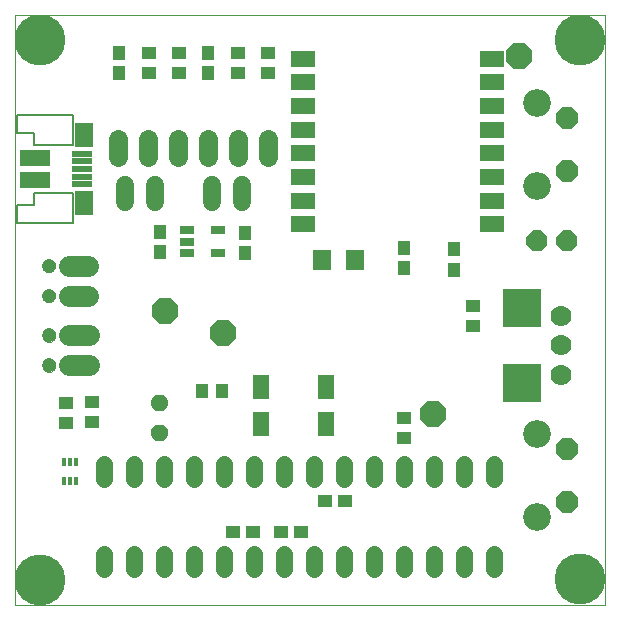
<source format=gbs>
G75*
%MOIN*%
%OFA0B0*%
%FSLAX24Y24*%
%IPPOS*%
%LPD*%
%AMOC8*
5,1,8,0,0,1.08239X$1,22.5*
%
%ADD10C,0.0000*%
%ADD11R,0.0591X0.0670*%
%ADD12R,0.0434X0.0473*%
%ADD13R,0.0473X0.0434*%
%ADD14R,0.0827X0.0552*%
%ADD15OC8,0.0890*%
%ADD16R,0.0512X0.0257*%
%ADD17C,0.0560*%
%ADD18R,0.0552X0.0788*%
%ADD19R,0.0152X0.0316*%
%ADD20R,0.0713X0.0197*%
%ADD21R,0.0615X0.0827*%
%ADD22R,0.1024X0.0581*%
%ADD23C,0.0050*%
%ADD24C,0.0600*%
%ADD25C,0.0112*%
%ADD26OC8,0.0700*%
%ADD27OC8,0.0740*%
%ADD28C,0.0925*%
%ADD29C,0.0700*%
%ADD30R,0.1267X0.1267*%
%ADD31C,0.0640*%
%ADD32C,0.0690*%
%ADD33C,0.0473*%
%ADD34C,0.1700*%
D10*
X000350Y000350D02*
X000350Y020035D01*
X020035Y020035D01*
X020035Y000350D01*
X000350Y000350D01*
X001267Y008344D02*
X001269Y008373D01*
X001275Y008401D01*
X001284Y008429D01*
X001297Y008455D01*
X001314Y008478D01*
X001333Y008500D01*
X001355Y008519D01*
X001380Y008534D01*
X001406Y008547D01*
X001434Y008555D01*
X001462Y008560D01*
X001491Y008561D01*
X001520Y008558D01*
X001548Y008551D01*
X001575Y008541D01*
X001601Y008527D01*
X001624Y008510D01*
X001645Y008490D01*
X001663Y008467D01*
X001678Y008442D01*
X001689Y008415D01*
X001697Y008387D01*
X001701Y008358D01*
X001701Y008330D01*
X001697Y008301D01*
X001689Y008273D01*
X001678Y008246D01*
X001663Y008221D01*
X001645Y008198D01*
X001624Y008178D01*
X001601Y008161D01*
X001575Y008147D01*
X001548Y008137D01*
X001520Y008130D01*
X001491Y008127D01*
X001462Y008128D01*
X001434Y008133D01*
X001406Y008141D01*
X001380Y008154D01*
X001355Y008169D01*
X001333Y008188D01*
X001314Y008210D01*
X001297Y008233D01*
X001284Y008259D01*
X001275Y008287D01*
X001269Y008315D01*
X001267Y008344D01*
X001267Y009344D02*
X001269Y009373D01*
X001275Y009401D01*
X001284Y009429D01*
X001297Y009455D01*
X001314Y009478D01*
X001333Y009500D01*
X001355Y009519D01*
X001380Y009534D01*
X001406Y009547D01*
X001434Y009555D01*
X001462Y009560D01*
X001491Y009561D01*
X001520Y009558D01*
X001548Y009551D01*
X001575Y009541D01*
X001601Y009527D01*
X001624Y009510D01*
X001645Y009490D01*
X001663Y009467D01*
X001678Y009442D01*
X001689Y009415D01*
X001697Y009387D01*
X001701Y009358D01*
X001701Y009330D01*
X001697Y009301D01*
X001689Y009273D01*
X001678Y009246D01*
X001663Y009221D01*
X001645Y009198D01*
X001624Y009178D01*
X001601Y009161D01*
X001575Y009147D01*
X001548Y009137D01*
X001520Y009130D01*
X001491Y009127D01*
X001462Y009128D01*
X001434Y009133D01*
X001406Y009141D01*
X001380Y009154D01*
X001355Y009169D01*
X001333Y009188D01*
X001314Y009210D01*
X001297Y009233D01*
X001284Y009259D01*
X001275Y009287D01*
X001269Y009315D01*
X001267Y009344D01*
X001259Y010670D02*
X001261Y010699D01*
X001267Y010727D01*
X001276Y010755D01*
X001289Y010781D01*
X001306Y010804D01*
X001325Y010826D01*
X001347Y010845D01*
X001372Y010860D01*
X001398Y010873D01*
X001426Y010881D01*
X001454Y010886D01*
X001483Y010887D01*
X001512Y010884D01*
X001540Y010877D01*
X001567Y010867D01*
X001593Y010853D01*
X001616Y010836D01*
X001637Y010816D01*
X001655Y010793D01*
X001670Y010768D01*
X001681Y010741D01*
X001689Y010713D01*
X001693Y010684D01*
X001693Y010656D01*
X001689Y010627D01*
X001681Y010599D01*
X001670Y010572D01*
X001655Y010547D01*
X001637Y010524D01*
X001616Y010504D01*
X001593Y010487D01*
X001567Y010473D01*
X001540Y010463D01*
X001512Y010456D01*
X001483Y010453D01*
X001454Y010454D01*
X001426Y010459D01*
X001398Y010467D01*
X001372Y010480D01*
X001347Y010495D01*
X001325Y010514D01*
X001306Y010536D01*
X001289Y010559D01*
X001276Y010585D01*
X001267Y010613D01*
X001261Y010641D01*
X001259Y010670D01*
X001259Y011670D02*
X001261Y011699D01*
X001267Y011727D01*
X001276Y011755D01*
X001289Y011781D01*
X001306Y011804D01*
X001325Y011826D01*
X001347Y011845D01*
X001372Y011860D01*
X001398Y011873D01*
X001426Y011881D01*
X001454Y011886D01*
X001483Y011887D01*
X001512Y011884D01*
X001540Y011877D01*
X001567Y011867D01*
X001593Y011853D01*
X001616Y011836D01*
X001637Y011816D01*
X001655Y011793D01*
X001670Y011768D01*
X001681Y011741D01*
X001689Y011713D01*
X001693Y011684D01*
X001693Y011656D01*
X001689Y011627D01*
X001681Y011599D01*
X001670Y011572D01*
X001655Y011547D01*
X001637Y011524D01*
X001616Y011504D01*
X001593Y011487D01*
X001567Y011473D01*
X001540Y011463D01*
X001512Y011456D01*
X001483Y011453D01*
X001454Y011454D01*
X001426Y011459D01*
X001398Y011467D01*
X001372Y011480D01*
X001347Y011495D01*
X001325Y011514D01*
X001306Y011536D01*
X001289Y011559D01*
X001276Y011585D01*
X001267Y011613D01*
X001261Y011641D01*
X001259Y011670D01*
D11*
X010602Y011851D03*
X011705Y011851D03*
D12*
X013332Y011590D03*
X013332Y012259D03*
X014980Y012209D03*
X014980Y011540D03*
X008032Y012093D03*
X008032Y012762D03*
X005179Y012786D03*
X005179Y012117D03*
X006605Y007505D03*
X007274Y007505D03*
X006789Y018089D03*
X006789Y018758D03*
X003814Y018758D03*
X003814Y018089D03*
D13*
X004812Y018089D03*
X004812Y018758D03*
X005812Y018758D03*
X005812Y018089D03*
X007787Y018089D03*
X007787Y018758D03*
X008807Y018758D03*
X008807Y018089D03*
X015613Y010319D03*
X015613Y009650D03*
X013327Y006585D03*
X013327Y005916D03*
X011372Y003824D03*
X010703Y003824D03*
X009905Y002795D03*
X009236Y002795D03*
X008277Y002805D03*
X007608Y002805D03*
X002910Y006453D03*
X002910Y007122D03*
X002049Y007097D03*
X002049Y006428D03*
D14*
X009959Y013051D03*
X009959Y013838D03*
X009959Y014626D03*
X009959Y015413D03*
X009959Y016201D03*
X009959Y016988D03*
X009959Y017775D03*
X009959Y018563D03*
X016259Y018563D03*
X016259Y017775D03*
X016259Y016988D03*
X016259Y016201D03*
X016259Y015413D03*
X016259Y014626D03*
X016259Y013838D03*
X016259Y013051D03*
D15*
X017168Y018666D03*
X005350Y010143D03*
X007280Y009422D03*
X014277Y006729D03*
D16*
X007119Y012096D03*
X007119Y012844D03*
X006095Y012844D03*
X006095Y012470D03*
X006095Y012096D03*
D17*
X006317Y005065D02*
X006317Y004545D01*
X005317Y004545D02*
X005317Y005065D01*
X004317Y005065D02*
X004317Y004545D01*
X003317Y004545D02*
X003317Y005065D01*
X007317Y005065D02*
X007317Y004545D01*
X008317Y004545D02*
X008317Y005065D01*
X009317Y005065D02*
X009317Y004545D01*
X010317Y004545D02*
X010317Y005065D01*
X011317Y005065D02*
X011317Y004545D01*
X012317Y004545D02*
X012317Y005065D01*
X013317Y005065D02*
X013317Y004545D01*
X014317Y004545D02*
X014317Y005065D01*
X015317Y005065D02*
X015317Y004545D01*
X016317Y004545D02*
X016317Y005065D01*
X016317Y002065D02*
X016317Y001545D01*
X015317Y001545D02*
X015317Y002065D01*
X014317Y002065D02*
X014317Y001545D01*
X013317Y001545D02*
X013317Y002065D01*
X012317Y002065D02*
X012317Y001545D01*
X011317Y001545D02*
X011317Y002065D01*
X010317Y002065D02*
X010317Y001545D01*
X009317Y001545D02*
X009317Y002065D01*
X008317Y002065D02*
X008317Y001545D01*
X007317Y001545D02*
X007317Y002065D01*
X006317Y002065D02*
X006317Y001545D01*
X005317Y001545D02*
X005317Y002065D01*
X004317Y002065D02*
X004317Y001545D01*
X003317Y001545D02*
X003317Y002065D01*
D18*
X008549Y006375D03*
X008549Y007635D03*
X010714Y007635D03*
X010714Y006375D03*
D19*
X002401Y005134D03*
X002204Y005134D03*
X002007Y005134D03*
X002007Y004484D03*
X002204Y004484D03*
X002401Y004484D03*
D20*
X002598Y014382D03*
X002598Y014638D03*
X002598Y014894D03*
X002598Y015150D03*
X002598Y015406D03*
D21*
X002649Y016036D03*
X002649Y013752D03*
D22*
X001011Y014525D03*
X001011Y015263D03*
D23*
X000980Y015675D02*
X002287Y015675D01*
X002287Y016688D01*
X001267Y016688D01*
X001271Y016688D01*
X000440Y016688D01*
X000437Y016104D01*
X000980Y016104D01*
X000980Y015675D01*
X000980Y014107D02*
X002287Y014107D01*
X002287Y013093D01*
X001267Y013093D01*
X001267Y013092D01*
X000437Y013092D01*
X000437Y013677D01*
X000980Y013677D01*
X000980Y014107D01*
D24*
X004021Y014350D02*
X004021Y013790D01*
X005021Y013790D02*
X005021Y014350D01*
X006916Y014343D02*
X006916Y013783D01*
X007916Y013783D02*
X007916Y014343D01*
D25*
X004986Y007069D02*
X004930Y007013D01*
X004930Y007199D01*
X005060Y007329D01*
X005246Y007329D01*
X005376Y007199D01*
X005376Y007013D01*
X005246Y006883D01*
X005060Y006883D01*
X004930Y007013D01*
X005014Y007048D01*
X005014Y007164D01*
X005095Y007245D01*
X005211Y007245D01*
X005292Y007164D01*
X005292Y007048D01*
X005211Y006967D01*
X005095Y006967D01*
X005014Y007048D01*
X005098Y007083D01*
X005098Y007129D01*
X005130Y007161D01*
X005176Y007161D01*
X005208Y007129D01*
X005208Y007083D01*
X005176Y007051D01*
X005130Y007051D01*
X005098Y007083D01*
X004986Y006079D02*
X004930Y006023D01*
X004930Y006209D01*
X005060Y006339D01*
X005246Y006339D01*
X005376Y006209D01*
X005376Y006023D01*
X005246Y005893D01*
X005060Y005893D01*
X004930Y006023D01*
X005014Y006058D01*
X005014Y006174D01*
X005095Y006255D01*
X005211Y006255D01*
X005292Y006174D01*
X005292Y006058D01*
X005211Y005977D01*
X005095Y005977D01*
X005014Y006058D01*
X005098Y006093D01*
X005098Y006139D01*
X005130Y006171D01*
X005176Y006171D01*
X005208Y006139D01*
X005208Y006093D01*
X005176Y006061D01*
X005130Y006061D01*
X005098Y006093D01*
D26*
X017763Y012502D03*
X018763Y012502D03*
D27*
X018753Y014814D03*
X018753Y016594D03*
X018753Y005571D03*
X018753Y003791D03*
D28*
X017773Y003301D03*
X017773Y006061D03*
X017773Y014324D03*
X017773Y017084D03*
D29*
X018568Y009996D03*
X018568Y009011D03*
X018568Y008027D03*
D30*
X017268Y007752D03*
X017268Y010271D03*
D31*
X008804Y015289D02*
X008804Y015889D01*
X007804Y015889D02*
X007804Y015289D01*
X006804Y015289D02*
X006804Y015889D01*
X005804Y015889D02*
X005804Y015289D01*
X004804Y015289D02*
X004804Y015889D01*
X003804Y015889D02*
X003804Y015289D01*
D32*
X002801Y011670D02*
X002151Y011670D01*
X002151Y010670D02*
X002801Y010670D01*
X002809Y009344D02*
X002160Y009344D01*
X002160Y008344D02*
X002809Y008344D01*
D33*
X001484Y008344D03*
X001484Y009344D03*
X001476Y010670D03*
X001476Y011670D03*
D34*
X001201Y019175D03*
X019182Y019177D03*
X019179Y001212D03*
X001200Y001200D03*
M02*

</source>
